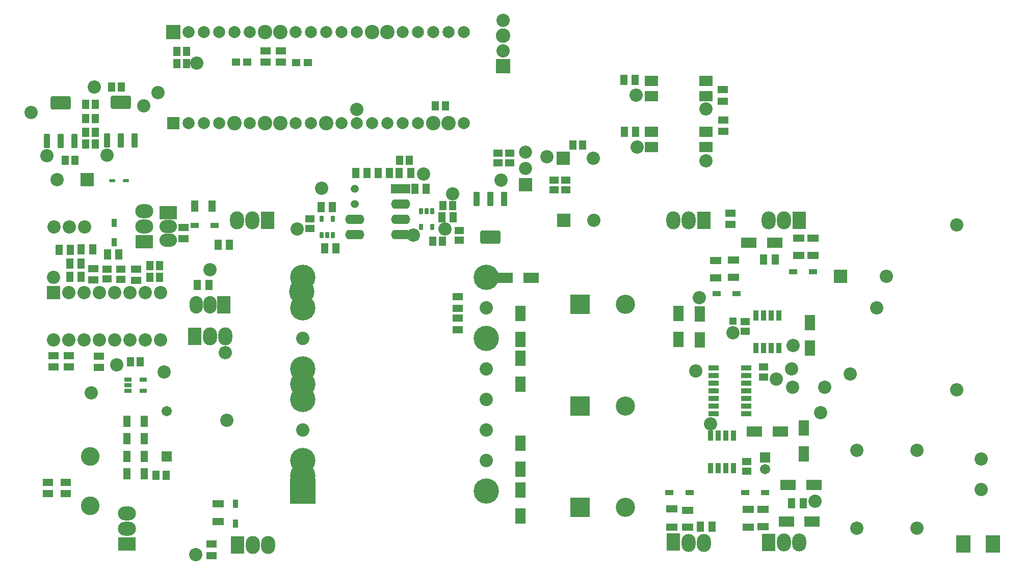
<source format=gts>
G04*
G04 #@! TF.GenerationSoftware,Altium Limited,Altium Designer,22.11.1 (43)*
G04*
G04 Layer_Color=8388736*
%FSLAX44Y44*%
%MOMM*%
G71*
G04*
G04 #@! TF.SameCoordinates,BEA400A9-7B0A-4234-B2B5-4D1F4660E836*
G04*
G04*
G04 #@! TF.FilePolarity,Negative*
G04*
G01*
G75*
%ADD34R,1.3000X0.7000*%
%ADD35R,1.2032X1.6532*%
G04:AMPARAMS|DCode=36|XSize=2.25mm|YSize=3.35mm|CornerRadius=0.3188mm|HoleSize=0mm|Usage=FLASHONLY|Rotation=90.000|XOffset=0mm|YOffset=0mm|HoleType=Round|Shape=RoundedRectangle|*
%AMROUNDEDRECTD36*
21,1,2.2500,2.7125,0,0,90.0*
21,1,1.6125,3.3500,0,0,90.0*
1,1,0.6375,1.3563,0.8063*
1,1,0.6375,1.3563,-0.8063*
1,1,0.6375,-1.3563,-0.8063*
1,1,0.6375,-1.3563,0.8063*
%
%ADD36ROUNDEDRECTD36*%
G04:AMPARAMS|DCode=37|XSize=2.4mm|YSize=1.1mm|CornerRadius=0.3mm|HoleSize=0mm|Usage=FLASHONLY|Rotation=90.000|XOffset=0mm|YOffset=0mm|HoleType=Round|Shape=RoundedRectangle|*
%AMROUNDEDRECTD37*
21,1,2.4000,0.5000,0,0,90.0*
21,1,1.8000,1.1000,0,0,90.0*
1,1,0.6000,0.2500,0.9000*
1,1,0.6000,0.2500,-0.9000*
1,1,0.6000,-0.2500,-0.9000*
1,1,0.6000,-0.2500,0.9000*
%
%ADD37ROUNDEDRECTD37*%
%ADD38R,1.1632X1.5932*%
%ADD39R,2.3532X3.0032*%
%ADD40R,2.5532X1.8032*%
%ADD41R,1.9532X1.2532*%
%ADD42R,1.4532X0.9532*%
%ADD43R,1.8032X2.5532*%
%ADD44R,1.5932X1.1632*%
%ADD45R,0.8532X1.7282*%
%ADD46R,1.7532X0.9032*%
%ADD47R,1.6532X1.2032*%
%ADD48R,2.3032X1.6532*%
G04:AMPARAMS|DCode=49|XSize=0.65mm|YSize=1.1mm|CornerRadius=0.1875mm|HoleSize=0mm|Usage=FLASHONLY|Rotation=0.000|XOffset=0mm|YOffset=0mm|HoleType=Round|Shape=RoundedRectangle|*
%AMROUNDEDRECTD49*
21,1,0.6500,0.7250,0,0,0.0*
21,1,0.2750,1.1000,0,0,0.0*
1,1,0.3750,0.1375,-0.3625*
1,1,0.3750,-0.1375,-0.3625*
1,1,0.3750,-0.1375,0.3625*
1,1,0.3750,0.1375,0.3625*
%
%ADD49ROUNDEDRECTD49*%
G04:AMPARAMS|DCode=50|XSize=0.55mm|YSize=0.95mm|CornerRadius=0.0838mm|HoleSize=0mm|Usage=FLASHONLY|Rotation=90.000|XOffset=0mm|YOffset=0mm|HoleType=Round|Shape=RoundedRectangle|*
%AMROUNDEDRECTD50*
21,1,0.5500,0.7825,0,0,90.0*
21,1,0.3825,0.9500,0,0,90.0*
1,1,0.1675,0.3912,0.1913*
1,1,0.1675,0.3912,-0.1913*
1,1,0.1675,-0.3912,-0.1913*
1,1,0.1675,-0.3912,0.1913*
%
%ADD50ROUNDEDRECTD50*%
%ADD51R,1.4532X1.3032*%
%ADD52R,1.2532X1.9532*%
%ADD53R,0.9532X1.4532*%
%ADD54R,2.2032X2.2032*%
%ADD55C,2.2032*%
%ADD56R,2.3032X3.0032*%
%ADD57O,2.3032X3.0032*%
%ADD58R,1.3032X1.3032*%
%ADD59R,1.7032X1.7032*%
%ADD60C,1.7032*%
%ADD61O,2.2000X2.9000*%
%ADD62R,2.2000X2.9000*%
%ADD63O,2.9000X2.2000*%
%ADD64R,2.9000X2.2000*%
%ADD65R,3.2032X1.6032*%
%ADD66O,3.2032X1.6032*%
%ADD67C,1.3362*%
%ADD68C,4.2032*%
%ADD69C,2.0032*%
%ADD70C,2.4032*%
%ADD71R,2.4032X2.4032*%
%ADD72R,2.0032X2.0032*%
%ADD73C,2.2282*%
%ADD74R,4.2032X4.2032*%
%ADD75O,3.0032X2.3032*%
%ADD76R,3.0032X2.3032*%
%ADD77R,3.2032X3.2032*%
%ADD78C,3.2032*%
%ADD79C,3.0982*%
%ADD80C,2.1832*%
%ADD81R,2.1832X2.1832*%
%ADD82R,2.2032X2.2032*%
%ADD83R,2.4032X2.4032*%
D34*
X178000Y310490D02*
D03*
Y300990D02*
D03*
Y291490D02*
D03*
X203000D02*
D03*
Y310490D02*
D03*
D35*
X1234011Y510011D02*
D03*
X1253011D02*
D03*
X1299500Y105000D02*
D03*
X1280500D02*
D03*
X1129000Y66000D02*
D03*
X1148500D02*
D03*
X1020500Y809000D02*
D03*
X1001500D02*
D03*
X1021500Y723000D02*
D03*
X1002500D02*
D03*
X575032Y654000D02*
D03*
X556032D02*
D03*
X498500Y597000D02*
D03*
X517500D02*
D03*
X523500Y529000D02*
D03*
X504500D02*
D03*
X654500Y628000D02*
D03*
X673500D02*
D03*
X612500Y654000D02*
D03*
X593500D02*
D03*
X628500D02*
D03*
X647500D02*
D03*
X718500Y580000D02*
D03*
X699500D02*
D03*
X293500Y468000D02*
D03*
X312500D02*
D03*
X327500Y535000D02*
D03*
X346500D02*
D03*
X100500Y503000D02*
D03*
X81500D02*
D03*
X143840Y518560D02*
D03*
X162840D02*
D03*
X100500Y481000D02*
D03*
X81500D02*
D03*
X119500Y527000D02*
D03*
X100500D02*
D03*
X82500Y526000D02*
D03*
X63500D02*
D03*
D36*
X166000Y772000D02*
D03*
X66000Y771000D02*
D03*
X780000Y547000D02*
D03*
D37*
X143000Y708000D02*
D03*
X189000D02*
D03*
X166000D02*
D03*
X43000Y707000D02*
D03*
X89000D02*
D03*
X66000D02*
D03*
X803000Y611000D02*
D03*
X757000D02*
D03*
X780000D02*
D03*
D38*
X150900Y797000D02*
D03*
X167100D02*
D03*
X124100Y768000D02*
D03*
X107900D02*
D03*
X124100Y745000D02*
D03*
X107900D02*
D03*
X124100Y722000D02*
D03*
X107900D02*
D03*
X124100Y702000D02*
D03*
X107900D02*
D03*
X933100Y701000D02*
D03*
X916900D02*
D03*
X645100Y675000D02*
D03*
X628900D02*
D03*
X717100Y600000D02*
D03*
X700900D02*
D03*
X700100Y541000D02*
D03*
X683900D02*
D03*
X258900Y836000D02*
D03*
X275100D02*
D03*
X214280Y480730D02*
D03*
X230480D02*
D03*
X214280Y499780D02*
D03*
X230480D02*
D03*
X181900Y340000D02*
D03*
X198100D02*
D03*
X224900Y151000D02*
D03*
X241100D02*
D03*
X90100Y675000D02*
D03*
X73900D02*
D03*
X258900Y856000D02*
D03*
X275100D02*
D03*
X688900Y766000D02*
D03*
X705100D02*
D03*
D39*
X1565450Y37000D02*
D03*
X1614550D02*
D03*
D40*
X1314500Y74000D02*
D03*
X1271500D02*
D03*
X1218500Y224000D02*
D03*
X1261500D02*
D03*
X1317500Y135000D02*
D03*
X1274500D02*
D03*
X1209500Y538000D02*
D03*
X1252500D02*
D03*
X804500Y480000D02*
D03*
X847500D02*
D03*
D41*
X1233000Y65500D02*
D03*
Y94500D02*
D03*
X1292000Y545500D02*
D03*
Y516500D02*
D03*
X1316000Y545500D02*
D03*
Y516500D02*
D03*
X1108000Y65000D02*
D03*
Y93000D02*
D03*
X1081000Y65000D02*
D03*
Y95000D02*
D03*
X1208750Y94000D02*
D03*
Y65000D02*
D03*
X1184000Y509500D02*
D03*
Y480500D02*
D03*
X1154000Y479500D02*
D03*
Y508500D02*
D03*
X328000Y74500D02*
D03*
Y103500D02*
D03*
D42*
X1203500Y122000D02*
D03*
X1236500D02*
D03*
X1315500Y490000D02*
D03*
X1282500D02*
D03*
X1111000Y122000D02*
D03*
X1077000D02*
D03*
X1155500Y453000D02*
D03*
X1188500D02*
D03*
X288500Y567000D02*
D03*
X321500D02*
D03*
D43*
X1301000Y229500D02*
D03*
Y186500D02*
D03*
X1311000Y362500D02*
D03*
Y405500D02*
D03*
X1128000Y419500D02*
D03*
Y376500D02*
D03*
X1092000Y420500D02*
D03*
Y377500D02*
D03*
X830000Y204500D02*
D03*
Y161500D02*
D03*
Y126500D02*
D03*
Y83500D02*
D03*
Y345500D02*
D03*
Y302500D02*
D03*
Y420500D02*
D03*
Y377500D02*
D03*
D44*
X1234000Y331100D02*
D03*
Y314900D02*
D03*
X1206000Y157900D02*
D03*
Y174100D02*
D03*
X1203000Y390900D02*
D03*
Y407100D02*
D03*
X480000Y561900D02*
D03*
Y578100D02*
D03*
X166040Y493640D02*
D03*
Y477440D02*
D03*
X143000Y494100D02*
D03*
Y477900D02*
D03*
X728000Y541900D02*
D03*
Y558100D02*
D03*
X886000Y625900D02*
D03*
Y642100D02*
D03*
X812000Y687100D02*
D03*
Y670900D02*
D03*
X905042Y626103D02*
D03*
Y642303D02*
D03*
X793000Y687100D02*
D03*
Y670900D02*
D03*
D45*
X1220950Y362880D02*
D03*
X1233650D02*
D03*
X1246350D02*
D03*
X1259050D02*
D03*
Y417120D02*
D03*
X1246350D02*
D03*
X1233650D02*
D03*
X1220950D02*
D03*
X1184050Y217120D02*
D03*
X1171350D02*
D03*
X1158650D02*
D03*
X1145950D02*
D03*
Y162880D02*
D03*
X1158650D02*
D03*
X1171325Y162939D02*
D03*
X1184050Y162880D02*
D03*
D46*
X1150750Y330100D02*
D03*
Y317400D02*
D03*
Y304700D02*
D03*
Y292000D02*
D03*
Y279300D02*
D03*
Y266600D02*
D03*
Y253900D02*
D03*
X1205250D02*
D03*
Y266600D02*
D03*
Y279300D02*
D03*
Y292000D02*
D03*
Y304700D02*
D03*
Y317400D02*
D03*
Y330100D02*
D03*
D47*
X1179000Y587500D02*
D03*
Y568500D02*
D03*
X726000Y429000D02*
D03*
Y448000D02*
D03*
X1166000Y792500D02*
D03*
Y773500D02*
D03*
X1167000Y742500D02*
D03*
Y723500D02*
D03*
X726000Y412500D02*
D03*
Y393500D02*
D03*
X130000Y349500D02*
D03*
Y330500D02*
D03*
X80000Y350500D02*
D03*
Y331500D02*
D03*
X54000D02*
D03*
Y350500D02*
D03*
X120320Y495040D02*
D03*
Y476040D02*
D03*
X191900Y475040D02*
D03*
Y494040D02*
D03*
X317000Y17500D02*
D03*
Y36500D02*
D03*
X270000Y563500D02*
D03*
Y544500D02*
D03*
X407000Y838500D02*
D03*
Y857500D02*
D03*
X432000Y838500D02*
D03*
Y857500D02*
D03*
X45000Y120500D02*
D03*
Y139500D02*
D03*
X75000D02*
D03*
Y120500D02*
D03*
D48*
X1047500Y807700D02*
D03*
Y782300D02*
D03*
X1138500D02*
D03*
Y807700D02*
D03*
X1047500Y722700D02*
D03*
Y697300D02*
D03*
X1138500D02*
D03*
Y722700D02*
D03*
D49*
X499500Y577500D02*
D03*
X518500D02*
D03*
Y550500D02*
D03*
X509000D02*
D03*
X499500D02*
D03*
X683401Y590901D02*
D03*
X673901D02*
D03*
X664401D02*
D03*
Y563901D02*
D03*
X683401D02*
D03*
D50*
X151750Y641000D02*
D03*
X174250D02*
D03*
D51*
X357500Y839000D02*
D03*
X376500D02*
D03*
X457500Y838000D02*
D03*
X476500D02*
D03*
D52*
X288500Y599000D02*
D03*
X317500D02*
D03*
X205000Y153670D02*
D03*
X176000D02*
D03*
X205000Y182880D02*
D03*
X176000D02*
D03*
X205000Y212090D02*
D03*
X176000D02*
D03*
X205000Y241300D02*
D03*
X176000D02*
D03*
D53*
X155000Y538500D02*
D03*
Y571500D02*
D03*
X357000Y70500D02*
D03*
Y103500D02*
D03*
D54*
X110000Y643000D02*
D03*
X1362000Y482000D02*
D03*
X901000Y679000D02*
D03*
X902000Y575000D02*
D03*
D55*
X951000Y679000D02*
D03*
X952000Y575000D02*
D03*
X60000Y643000D02*
D03*
X1389000Y193000D02*
D03*
X1489000D02*
D03*
Y63000D02*
D03*
X1389000D02*
D03*
X1438200Y482000D02*
D03*
X1595000Y178000D02*
D03*
Y127200D02*
D03*
X1555000Y293000D02*
D03*
Y568000D02*
D03*
X1183000Y388000D02*
D03*
X55100Y564418D02*
D03*
X80500D02*
D03*
X105900D02*
D03*
X79680Y455390D02*
D03*
X105080D02*
D03*
X130480D02*
D03*
X155880D02*
D03*
X181280D02*
D03*
X206680D02*
D03*
X232080D02*
D03*
Y375990D02*
D03*
X206680D02*
D03*
X181280D02*
D03*
X155880D02*
D03*
X130480D02*
D03*
X105080D02*
D03*
X79680D02*
D03*
X54280D02*
D03*
X801000Y857400D02*
D03*
X705000Y561000D02*
D03*
X1319000Y108000D02*
D03*
X1280000Y328000D02*
D03*
X159000Y335000D02*
D03*
X1422000Y430000D02*
D03*
X1022000Y784000D02*
D03*
X459000Y561000D02*
D03*
X1283000Y367000D02*
D03*
X43000Y683000D02*
D03*
X143000Y684000D02*
D03*
X122000Y797000D02*
D03*
X228000Y788000D02*
D03*
X1335000Y298000D02*
D03*
X1282000D02*
D03*
X1255000Y311000D02*
D03*
X1329000Y255000D02*
D03*
X17000Y755000D02*
D03*
X204000Y766000D02*
D03*
X117000Y288000D02*
D03*
X558000Y760000D02*
D03*
X500000Y629000D02*
D03*
X1127000Y447000D02*
D03*
X1121000Y325000D02*
D03*
X1378000Y320000D02*
D03*
X1146000Y237000D02*
D03*
X717000Y619000D02*
D03*
X292000Y837000D02*
D03*
X1138000Y674000D02*
D03*
Y761000D02*
D03*
X874000Y681000D02*
D03*
X669000Y652000D02*
D03*
X652000Y551000D02*
D03*
X798000Y642000D02*
D03*
X801000Y908000D02*
D03*
X1024000Y697000D02*
D03*
X54000Y480500D02*
D03*
X238000Y323000D02*
D03*
X340000Y355000D02*
D03*
X342000Y243000D02*
D03*
X314000Y493000D02*
D03*
X291000Y19000D02*
D03*
D56*
X1292800Y575000D02*
D03*
X1134400D02*
D03*
X1083600Y40460D02*
D03*
X1242000Y39000D02*
D03*
X289000Y382000D02*
D03*
X410000Y575000D02*
D03*
X360000Y35000D02*
D03*
D57*
X1267400Y575000D02*
D03*
X1242000D02*
D03*
X1109000D02*
D03*
X1083600D02*
D03*
X1109000Y38230D02*
D03*
X1134400D02*
D03*
X1267400Y39000D02*
D03*
X1292800D02*
D03*
X339800Y382000D02*
D03*
X314400D02*
D03*
X359200Y575000D02*
D03*
X384600D02*
D03*
X410800Y35000D02*
D03*
X385400D02*
D03*
D58*
X1183000Y408000D02*
D03*
D59*
X1236000Y181000D02*
D03*
X242570Y182810D02*
D03*
D60*
X1236000Y161000D02*
D03*
X242570Y257810D02*
D03*
D61*
X291200Y435000D02*
D03*
X314100D02*
D03*
D62*
X337000D02*
D03*
D63*
X245085Y542500D02*
D03*
Y565400D02*
D03*
D64*
Y588300D02*
D03*
D65*
X631100Y628100D02*
D03*
D66*
Y602700D02*
D03*
Y577300D02*
D03*
Y551900D02*
D03*
X554900D02*
D03*
Y577300D02*
D03*
D67*
Y602700D02*
D03*
Y628100D02*
D03*
D68*
X468000Y150400D02*
D03*
X772800Y125000D02*
D03*
Y379000D02*
D03*
Y480600D02*
D03*
X468000D02*
D03*
Y429800D02*
D03*
Y328200D02*
D03*
Y277400D02*
D03*
Y175800D02*
D03*
Y302800D02*
D03*
X466937Y456465D02*
D03*
D69*
X736300Y889000D02*
D03*
X710900D02*
D03*
X685500D02*
D03*
X660100D02*
D03*
X634700D02*
D03*
X558500D02*
D03*
X533100D02*
D03*
X507700D02*
D03*
X482300D02*
D03*
X456900D02*
D03*
X380700D02*
D03*
X355300D02*
D03*
X329900D02*
D03*
X304500D02*
D03*
X279100D02*
D03*
X279100Y736948D02*
D03*
X304500D02*
D03*
X329900D02*
D03*
X380700D02*
D03*
X456900D02*
D03*
X482300D02*
D03*
X533100D02*
D03*
X558500D02*
D03*
X583900D02*
D03*
X609300D02*
D03*
X634700D02*
D03*
X660100D02*
D03*
X736300D02*
D03*
D70*
X609300Y889000D02*
D03*
X583900D02*
D03*
X431500D02*
D03*
X406100D02*
D03*
X355300Y736948D02*
D03*
X406100D02*
D03*
X431500D02*
D03*
X507700D02*
D03*
X685500D02*
D03*
X710900D02*
D03*
X801000Y882800D02*
D03*
D71*
X253700Y889000D02*
D03*
D72*
X253700Y736948D02*
D03*
D73*
X772800Y175800D02*
D03*
Y226600D02*
D03*
Y277400D02*
D03*
Y328200D02*
D03*
Y429800D02*
D03*
X468000Y379000D02*
D03*
Y226600D02*
D03*
D74*
Y125000D02*
D03*
D75*
X205000Y590800D02*
D03*
Y565400D02*
D03*
X176000Y62400D02*
D03*
Y87800D02*
D03*
D76*
X205000Y540000D02*
D03*
X176000Y37000D02*
D03*
D77*
X929000Y266000D02*
D03*
Y436000D02*
D03*
Y98000D02*
D03*
D78*
X1004000Y266000D02*
D03*
Y436000D02*
D03*
Y98000D02*
D03*
D79*
X115000Y100000D02*
D03*
Y182600D02*
D03*
D80*
X837960Y688900D02*
D03*
Y661900D02*
D03*
D81*
Y634900D02*
D03*
D82*
X54280Y455390D02*
D03*
D83*
X801000Y832000D02*
D03*
M02*

</source>
